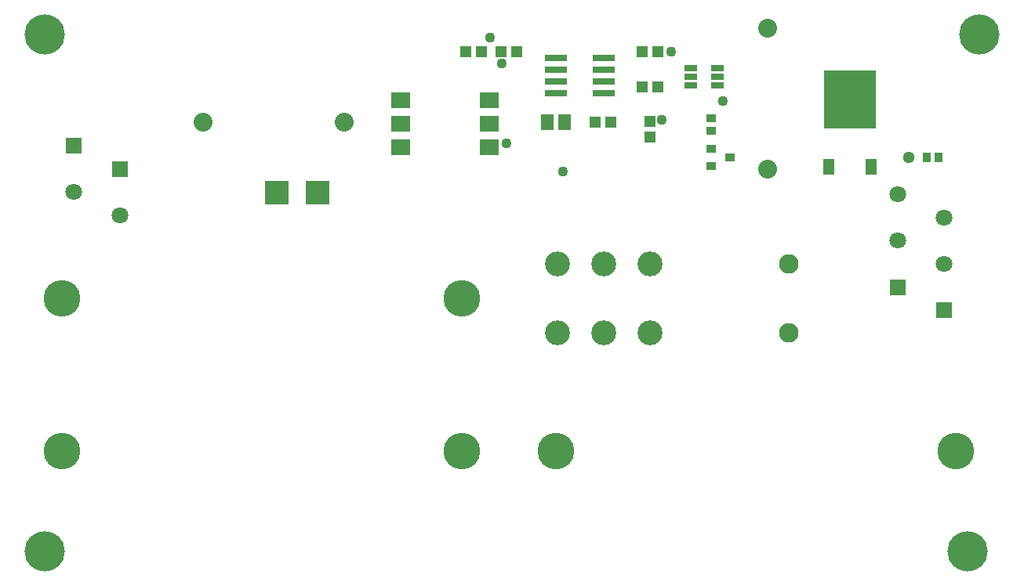
<source format=gts>
G75*
%MOIN*%
%OFA0B0*%
%FSLAX24Y24*%
%IPPOS*%
%LPD*%
%AMOC8*
5,1,8,0,0,1.08239X$1,22.5*
%
%ADD10R,0.0710X0.0710*%
%ADD11C,0.0710*%
%ADD12C,0.1560*%
%ADD13C,0.0828*%
%ADD14C,0.1060*%
%ADD15R,0.0572X0.0651*%
%ADD16R,0.0800X0.0658*%
%ADD17R,0.0540X0.0304*%
%ADD18C,0.0800*%
%ADD19R,0.2186X0.2501*%
%ADD20R,0.0454X0.0690*%
%ADD21R,0.0414X0.0375*%
%ADD22R,0.0414X0.0336*%
%ADD23R,0.0336X0.0414*%
%ADD24R,0.0926X0.0296*%
%ADD25R,0.0493X0.0454*%
%ADD26R,0.0454X0.0493*%
%ADD27R,0.1005X0.1005*%
%ADD28C,0.1710*%
%ADD29C,0.0436*%
%ADD30C,0.0510*%
D10*
X004769Y017616D03*
X002800Y018600D03*
X037831Y012584D03*
X039800Y011600D03*
D11*
X039800Y013569D03*
X037831Y014553D03*
X039800Y015537D03*
X037831Y016521D03*
X004769Y015647D03*
X002800Y016631D03*
D12*
X002300Y012100D03*
X002300Y005600D03*
X019300Y005600D03*
X023300Y005600D03*
X019300Y012100D03*
X040300Y005600D03*
D13*
X033206Y010624D03*
X033206Y013576D03*
D14*
X027300Y013576D03*
X025331Y013576D03*
X023363Y013576D03*
X023363Y010624D03*
X025331Y010624D03*
X027300Y010624D03*
D15*
X023674Y019600D03*
X022926Y019600D03*
D16*
X020469Y019537D03*
X020469Y018537D03*
X020469Y020537D03*
X016690Y020537D03*
X016690Y019537D03*
X016690Y018537D03*
D17*
X029024Y021155D03*
X029024Y021529D03*
X029024Y021903D03*
X030166Y021903D03*
X030166Y021529D03*
X030166Y021155D03*
D18*
X032300Y023600D03*
X032300Y017600D03*
X014300Y019600D03*
X008300Y019600D03*
D19*
X035800Y020584D03*
D20*
X034902Y017710D03*
X036698Y017710D03*
D21*
X030694Y018100D03*
X029906Y017726D03*
X029906Y018474D03*
D22*
X029900Y019244D03*
X029900Y019756D03*
D23*
X039044Y018100D03*
X039556Y018100D03*
D24*
X025324Y020850D03*
X025324Y021350D03*
X025324Y021850D03*
X025324Y022350D03*
X023276Y022350D03*
X023276Y021850D03*
X023276Y021350D03*
X023276Y020850D03*
D25*
X024965Y019600D03*
X025635Y019600D03*
X026965Y021100D03*
X027635Y021100D03*
X027635Y022600D03*
X026965Y022600D03*
X021635Y022600D03*
X020965Y022600D03*
X020135Y022600D03*
X019465Y022600D03*
D26*
X027300Y019635D03*
X027300Y018965D03*
D27*
X013166Y016600D03*
X011434Y016600D03*
D28*
X001550Y001350D03*
X001552Y023350D03*
X040800Y001350D03*
X041300Y023350D03*
D29*
X030400Y020500D03*
X027800Y019700D03*
X023600Y017500D03*
X021200Y018700D03*
X021000Y022100D03*
X020500Y023200D03*
X028200Y022600D03*
D30*
X038300Y018100D03*
M02*

</source>
